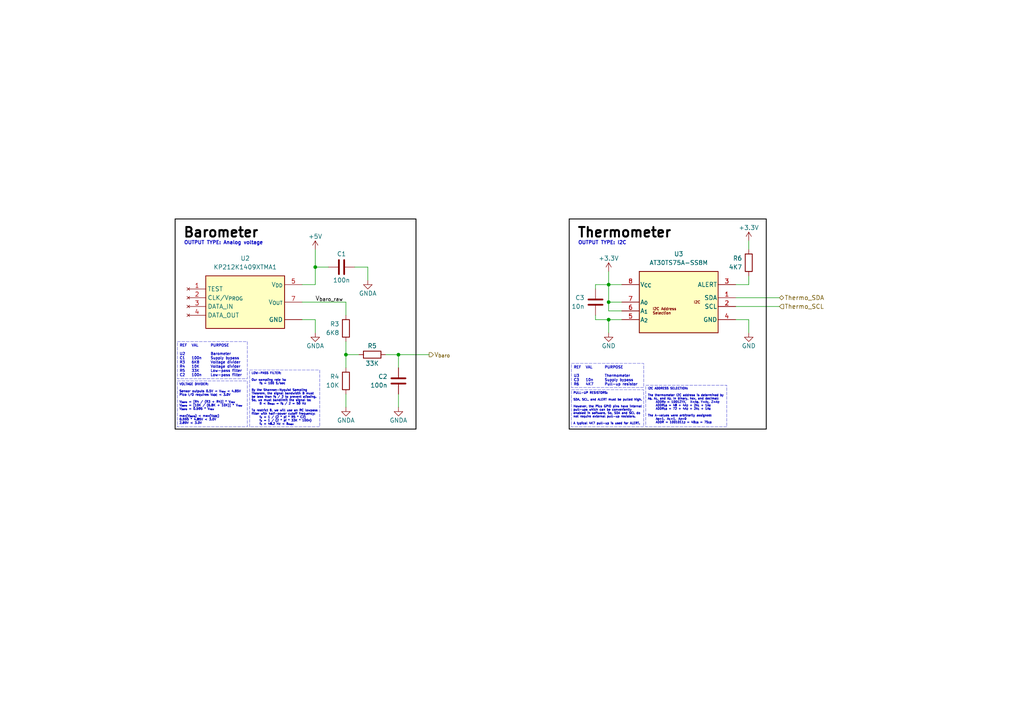
<source format=kicad_sch>
(kicad_sch (version 20230121) (generator eeschema)
  (paper "A4")
  (title_block (title "BELT Sensors") (date "2024-01-02") (rev "0.3") (company "Rice Eclipse") (comment 1 "Adam Sher"))
  (lib_symbols
    (symbol "Barometer-KP212K1409XTMA1:Barometer-KP212K1409XTMA1"
      (property "Reference" "U" (at 0 12.065 0))
      (property "Value" "Barometer-KP212K1409XTMA1" (at 0 9.525 0))
      (symbol "Barometer-KP212K1409XTMA1_1_1"
        (rectangle (start -11.43 7.62) (end 11.43 -7.62) (stroke (width 0.254)) (fill (type background)))
        (pin no_connect line (at -16.51 3.81 0) (length 5.08) (name "TEST") (number "1"))
        (pin no_connect line (at -16.51 1.27 0) (length 5.08) (name "CLK/V_{PROG}") (number "2"))
        (pin no_connect line (at -16.51 -1.27 0) (length 5.08) (name "DATA_IN") (number "3"))
        (pin no_connect line (at -16.51 -3.81 0) (length 5.08) (name "DATA_OUT") (number "4"))
        (pin power_in line (at 16.51 5.08 180) (length 5.08) (name "V_{DD}") (number "5"))
        (pin power_in line (at 16.51 -5.08 180) (length 5.08) (name "GND") (number "6"))
        (pin output line (at 16.51 0 180) (length 5.08) (name "V_{OUT}") (number "7"))
        (pin power_in line (at 16.51 -5.08 180) (length 5.08) (name "GND") (number "8"))
      )
    )
    (symbol "Device:C" (pin_numbers hide) (pin_names (offset 0.254))
      (property "Reference" "C" (at 0.635 2.54 0))
      (property "Value" "C" (at 0.635 -2.54 0))
      (symbol "C_0_1"
        (polyline (pts (xy -2.032 -0.762) (xy 2.032 -0.762)) (stroke (width 0.508)))
        (polyline (pts (xy -2.032 0.762) (xy 2.032 0.762)) (stroke (width 0.508)))
      )
      (symbol "C_1_1"
        (pin passive line (at 0 3.81 270) (length 2.794) (name "~") (number "1"))
        (pin passive line (at 0 -3.81 90) (length 2.794) (name "~") (number "2"))
      )
    )
    (symbol "Device:R" (pin_numbers hide) (pin_names (offset 0))
      (property "Reference" "R" (at 2.032 0 90))
      (property "Value" "R" (at 0 0 90))
      (symbol "R_0_1"
        (rectangle (start -1.016 -2.54) (end 1.016 2.54) (stroke (width 0.254)))
      )
      (symbol "R_1_1"
        (pin passive line (at 0 3.81 270) (length 1.27) (name "~") (number "1"))
        (pin passive line (at 0 -3.81 90) (length 1.27) (name "~") (number "2"))
      )
    )
    (symbol "Thermometer-AT30TS75A-SS8M:Thermometer-AT30TS75A-SS8M" (pin_names (offset 0.254))
      (property "Reference" "U" (at 0 13.97 0))
      (property "Value" "Thermometer-AT30TS75A-SS8M" (at 0 10.795 0))
      (symbol "Thermometer-AT30TS75A-SS8M_1_1"
        (rectangle (start -11.43 8.89) (end 11.43 -8.89) (stroke (width 0.254)) (fill (type background)))
        (text "I2C" (at -6.35 0 0) (effects (font (size 0.762 0.762)) (justify left)))
        (text "I2C Address\nSelection" (at 7.62 -2.54 0) (effects (font (size 0.762 0.762)) (justify right)))
        (pin bidirectional line (at -16.51 1.27 0) (length 5.08) (name "SDA") (number "1"))
        (pin input line (at -16.51 -1.27 0) (length 5.08) (name "SCL") (number "2"))
        (pin output line (at -16.51 5.08 0) (length 5.08) (name "ALERT") (number "3"))
        (pin power_in line (at -16.51 -5.08 0) (length 5.08) (name "GND") (number "4"))
        (pin input line (at 16.51 -5.08 180) (length 5.08) (name "A_{2}") (number "5"))
        (pin input line (at 16.51 -2.54 180) (length 5.08) (name "A_{1}") (number "6"))
        (pin input line (at 16.51 0 180) (length 5.08) (name "A_{0}") (number "7"))
        (pin power_in line (at 16.51 5.08 180) (length 5.08) (name "V_{CC}") (number "8"))
      )
    )
    (symbol "power:+3.3V" (power) (pin_names (offset 0))
      (property "Value" "+3.3V" (at 0 3.556 0))
      (symbol "+3.3V_0_1"
        (polyline (pts (xy -0.762 1.27) (xy 0 2.54)))
        (polyline (pts (xy 0 0) (xy 0 2.54)))
        (polyline (pts (xy 0 2.54) (xy 0.762 1.27)))
      )
      (symbol "+3.3V_1_1"
        (pin power_in line (at 0 0 90) (length 0) hide (name "+3.3V") (number "1"))
      )
    )
    (symbol "power:+5V" (power) (pin_names (offset 0))
      (property "Value" "+5V" (at 0 3.556 0))
      (symbol "+5V_0_1"
        (polyline (pts (xy -0.762 1.27) (xy 0 2.54)))
        (polyline (pts (xy 0 0) (xy 0 2.54)))
        (polyline (pts (xy 0 2.54) (xy 0.762 1.27)))
      )
      (symbol "+5V_1_1"
        (pin power_in line (at 0 0 90) (length 0) hide (name "+5V") (number "1"))
      )
    )
    (symbol "power:GND" (power) (pin_names (offset 0))
      (property "Value" "GND" (at 0 -3.81 0))
      (symbol "GND_0_1"
        (polyline (pts (xy 0 0) (xy 0 -1.27) (xy 1.27 -1.27) (xy 0 -2.54) (xy -1.27 -1.27) (xy 0 -1.27)))
      )
      (symbol "GND_1_1"
        (pin power_in line (at 0 0 270) (length 0) hide (name "GND") (number "1"))
      )
    )
    (symbol "power:GNDA" (power) (pin_names (offset 0))
      (property "Value" "GNDA" (at 0 -3.81 0))
      (symbol "GNDA_0_1"
        (polyline (pts (xy 0 0) (xy 0 -1.27) (xy 1.27 -1.27) (xy 0 -2.54) (xy -1.27 -1.27) (xy 0 -1.27)))
      )
      (symbol "GNDA_1_1"
        (pin power_in line (at 0 0 270) (length 0) hide (name "GNDA") (number "1"))
      )
    )
  )
  (junction (at 115.57 102.87))
  (junction (at 176.53 82.55))
  (junction (at 91.44 77.47))
  (junction (at 100.33 102.87))
  (junction (at 176.53 92.71))
  (junction (at 176.53 87.63))
  (wire (pts (xy 115.57 114.3) (xy 115.57 118.11)))
  (wire (pts (xy 87.63 87.63) (xy 100.33 87.63)))
  (wire (pts (xy 172.72 82.55) (xy 172.72 83.82)))
  (wire (pts (xy 213.36 88.9) (xy 226.06 88.9)))
  (wire (pts (xy 213.36 82.55) (xy 217.17 82.55)))
  (wire (pts (xy 100.33 114.3) (xy 100.33 118.11)))
  (wire (pts (xy 91.44 72.39) (xy 91.44 77.47)))
  (wire (pts (xy 106.68 81.28) (xy 106.68 77.47)))
  (wire (pts (xy 115.57 106.68) (xy 115.57 102.87)))
  (wire (pts (xy 176.53 92.71) (xy 176.53 96.52)))
  (wire (pts (xy 180.34 90.17) (xy 176.53 90.17)))
  (wire (pts (xy 172.72 91.44) (xy 172.72 92.71)))
  (wire (pts (xy 217.17 92.71) (xy 217.17 96.52)))
  (wire (pts (xy 111.76 102.87) (xy 115.57 102.87)))
  (wire (pts (xy 100.33 102.87) (xy 100.33 106.68)))
  (wire (pts (xy 102.87 77.47) (xy 106.68 77.47)))
  (wire (pts (xy 217.17 80.01) (xy 217.17 82.55)))
  (wire (pts (xy 115.57 102.87) (xy 124.46 102.87)))
  (wire (pts (xy 213.36 92.71) (xy 217.17 92.71)))
  (wire (pts (xy 91.44 77.47) (xy 95.25 77.47)))
  (wire (pts (xy 217.17 69.85) (xy 217.17 72.39)))
  (wire (pts (xy 91.44 92.71) (xy 91.44 96.52)))
  (wire (pts (xy 180.34 87.63) (xy 176.53 87.63)))
  (wire (pts (xy 100.33 102.87) (xy 104.14 102.87)))
  (wire (pts (xy 91.44 77.47) (xy 91.44 82.55)))
  (wire (pts (xy 180.34 82.55) (xy 176.53 82.55)))
  (wire (pts (xy 100.33 99.06) (xy 100.33 102.87)))
  (wire (pts (xy 172.72 92.71) (xy 176.53 92.71)))
  (wire (pts (xy 176.53 87.63) (xy 176.53 90.17)))
  (wire (pts (xy 176.53 82.55) (xy 176.53 87.63)))
  (wire (pts (xy 172.72 82.55) (xy 176.53 82.55)))
  (wire (pts (xy 213.36 86.36) (xy 226.06 86.36)))
  (wire (pts (xy 100.33 87.63) (xy 100.33 91.44)))
  (wire (pts (xy 87.63 92.71) (xy 91.44 92.71)))
  (wire (pts (xy 180.34 92.71) (xy 176.53 92.71)))
  (wire (pts (xy 176.53 78.74) (xy 176.53 82.55)))
  (wire (pts (xy 87.63 82.55) (xy 91.44 82.55)))
  (text_box "Thermometer" (at 165.1 63.5 0) (size 57.15 60.96) (stroke (width 0.254) (color 0 0 0 1)) (effects (font (size 2.794 2.794) bold) (justify left top)))
  (text_box "VOLTAGE DIVIDER:\n\nSensor outputs 0.5V < V_{raw} < 4.85V\nPico I/O requires V_{ADC} < 3.0V\n\nV_{baro} = [R4 / (R3 + R4)] * V_{raw}\nV_{baro} = [10K / (6.8K + 10K)] * V_{raw}\nV_{baro} = 0.595 * V_{raw}\n\nmax(V_{baro}) < max(V_{ADC})\n0.595 * 4.85V < 3.0V\n2.89V < 3.0V" (at 51.435 110.49 0) (size 20.32 13.335) (stroke (width 0.0762) (type dash)) (effects (font (size 0.635 0.635)) (justify left top)))
  (text_box "REF	 VAL	PURPOSE\n\nU2			Barometer\nC1	 100n	Supply bypass\nR3	 6K8	Voltage divider\nR4	 10K	Voltage divider\nR5	 33K	Low-pass filter\nC2	 100n	Low-pass filter\n" (at 51.435 99.06 0) (size 20.32 10.795) (stroke (width 0.0762) (type dash)) (effects (font (size 0.762 0.762)) (justify left top)))
  (text_box "Barometer" (at 50.8 63.5 0) (size 69.85 60.96) (stroke (width 0.254) (color 0 0 0 1)) (effects (font (size 2.794 2.794) (thickness 0.5588) bold) (justify left top)))
  (text_box "REF	 VAL	PURPOSE\n\nU3			Thermometer\nC3	 10n	Supply bypass\nR6	 4K7	Pull-up resistor" (at 165.735 105.41 0) (size 20.955 6.985) (stroke (width 0.0762) (type dash)) (effects (font (size 0.762 0.762)) (justify left top)))
  (text_box "PULL-UP RESISTORS:\n\nSDA, SCL, and ALERT must be pulled high.\n\nHowever, the Pico GPIO pins have internal pull-ups which can be conveniently enabled in software. So, SDA and SCL do not require external pull-up resistors. \n\nA typical 4K7 pull-up is used for ALERT." (at 165.735 113.03 0) (size 20.955 10.795) (stroke (width 0.0762) (type dash)) (effects (font (size 0.6096 0.6096)) (justify left top)))
  (text_box "I2C ADDRESS SELECTION:\n\nThe thermometer I2C address is determined by A_{0}, A_{1}, and A_{2}. In binary, hex, and decimal:\n	ADDR_{2} = 1001ZYX,	X=A_{0}, Y=A_{1}, Z=A_{2}\n	ADDR_{16} = 48 + 4A_{2} + 2A_{1} + 1A_{0}\n	ADDR_{10} = 72 + 4A_{2} + 2A_{1} + 1A_{0}\n\nThe A-values were arbitrarily assigned:\n	A_{0}=1,	A_{1}=1,	A_{2}=0\n	ADDR = 1001011_{2} = 4B_{16} = 75_{10}" (at 187.325 111.76 0) (size 23.495 12.065) (stroke (width 0.0762) (type dash)) (effects (font (size 0.6096 0.6096)) (justify left top)))
  (text_box "LOW-PASS FILTER:\n\nOur sampling rate is:\n	f_{S} = 100 S/sec\n\nBy the Shannon-Nyquist Sampling Theorem, the signal bandwidth B must be less than f_{S} / 2 to prevent aliasing. So, we must bandlimit the signal to:\n	B < B_{max} = f_{S} / 2 = 50 Hz\n\nTo restrict B, we will use an RC lowpass filter with half-power cutoff frequency:\n	f_{c} = 1 / (2 * pi * R5 * C2)\n	f_{c} = 1 / (2 * pi * 33K * 100n)\n	f_{c} = 48.2 Hz < B_{max}" (at 72.39 107.315 0) (size 20.32 16.51) (stroke (width 0.0762) (type dash)) (effects (font (size 0.6096 0.6096)) (justify left top)))
  (text "OUTPUT TYPE: I2C" (at 167.64 71.12 0) (effects (font (size 1.016 1.016) bold) (justify left bottom)))
  (text "OUTPUT TYPE: Analog voltage" (at 53.34 71.12 0) (effects (font (size 1.016 1.016) (thickness 0.2032) bold) (justify left bottom)))
  (label "V_{baro_raw}" (at 91.44 87.63 0))
  (hierarchical_label "V_{baro}" (shape output) (at 124.46 102.87 0))
  (hierarchical_label "Thermo_SDA" (shape bidirectional) (at 226.06 86.36 0))
  (hierarchical_label "Thermo_SCL" (shape input) (at 226.06 88.9 0))
  (symbol (lib_id "Barometer-KP212K1409XTMA1:Barometer-KP212K1409XTMA1") (at 71.12 87.63 0) (unit 1)
    (property "Reference" "U2" (at 71.12 74.93 0))
    (property "Value" "KP212K1409XTMA1" (at 71.12 77.47 0))
    (property "Footprint" "BeltFootprints:Barometer-KP212K1409XTMA1" (effects hide))
    (property "Datasheet" "https://www.infineon.com/dgdl/Infineon-KP212K1409-DataSheet-v01_00-EN.pdf?fileId=5546d4627506bb3201754116ad5a5370" (effects hide))
    (property "Manufacturer" "Infineon" (effects hide))
    (property "Part Number" "KP212K1409XTMA1" (effects hide))
  )
  (symbol (lib_id "power:GND") (at 176.53 96.52 0) (unit 1)
    (property "Reference" "#PWR016" (effects hide))
    (property "Value" "GND" (at 176.53 100.33 0))
  )
  (symbol (lib_id "Device:R") (at 217.17 76.2 0) (mirror y) (unit 1)
    (property "Reference" "R6" (at 215.265 74.93 0) (effects (justify left)))
    (property "Value" "4K7" (at 215.265 77.47 0) (effects (justify left)))
    (property "Footprint" "Resistor_THT:R_Axial_DIN0207_L6.3mm_D2.5mm_P10.16mm_Horizontal" (effects hide))
  )
  (symbol (lib_id "power:+3.3V") (at 176.53 78.74 0) (unit 1)
    (property "Reference" "#PWR015" (effects hide))
    (property "Value" "+3.3V" (at 176.53 74.93 0))
  )
  (symbol (lib_id "Device:C") (at 99.06 77.47 90) (unit 1)
    (property "Reference" "C1" (at 99.06 73.66 90))
    (property "Value" "100n" (at 99.06 81.28 90))
    (property "Footprint" "Capacitor_SMD:C_1206_3216Metric_Pad1.33x1.80mm_HandSolder" (effects hide))
  )
  (symbol (lib_id "power:GNDA") (at 115.57 118.11 0) (unit 1)
    (property "Reference" "#PWR014" (effects hide))
    (property "Value" "GNDA" (at 115.57 121.92 0))
  )
  (symbol (lib_id "Device:C") (at 115.57 110.49 0) (mirror y) (unit 1)
    (property "Reference" "C2" (at 112.395 109.22 0) (effects (justify left)))
    (property "Value" "100n" (at 112.395 111.76 0) (effects (justify left)))
    (property "Footprint" "Capacitor_SMD:C_1206_3216Metric_Pad1.33x1.80mm_HandSolder" (effects hide))
  )
  (symbol (lib_id "power:GNDA") (at 100.33 118.11 0) (unit 1)
    (property "Reference" "#PWR012" (effects hide))
    (property "Value" "GNDA" (at 100.33 121.92 0))
  )
  (symbol (lib_id "power:GNDA") (at 91.44 96.52 0) (unit 1)
    (property "Reference" "#PWR011" (effects hide))
    (property "Value" "GNDA" (at 91.44 100.33 0))
  )
  (symbol (lib_id "power:+3.3V") (at 217.17 69.85 0) (unit 1)
    (property "Reference" "#PWR017" (effects hide))
    (property "Value" "+3.3V" (at 217.17 66.04 0))
  )
  (symbol (lib_id "Device:R") (at 100.33 95.25 0) (mirror y) (unit 1)
    (property "Reference" "R3" (at 98.425 93.98 0) (effects (justify left)))
    (property "Value" "6K8" (at 98.425 96.52 0) (effects (justify left)))
    (property "Footprint" "Resistor_THT:R_Axial_DIN0207_L6.3mm_D2.5mm_P10.16mm_Horizontal" (effects hide))
  )
  (symbol (lib_id "Device:R") (at 100.33 110.49 0) (mirror y) (unit 1)
    (property "Reference" "R4" (at 98.425 109.22 0) (effects (justify left)))
    (property "Value" "10K" (at 98.425 111.76 0) (effects (justify left)))
    (property "Footprint" "Resistor_THT:R_Axial_DIN0207_L6.3mm_D2.5mm_P10.16mm_Horizontal" (effects hide))
  )
  (symbol (lib_id "power:+5V") (at 91.44 72.39 0) (unit 1)
    (property "Reference" "#PWR010" (effects hide))
    (property "Value" "+5V" (at 91.44 68.58 0))
  )
  (symbol (lib_id "Thermometer-AT30TS75A-SS8M:Thermometer-AT30TS75A-SS8M") (at 196.85 87.63 0) (mirror y) (unit 1)
    (property "Reference" "U3" (at 196.85 73.66 0))
    (property "Value" "AT30TS75A-SS8M" (at 196.85 76.2 0))
    (property "Footprint" "BeltFootprints:Thermometer-AT30TS75A-SS8M" (effects hide))
    (property "Datasheet" "https://ww1.microchip.com/downloads/en/DeviceDoc/Atmel-8839-DTS-AT30TS75A-Datasheet.pdf" (effects hide))
  )
  (symbol (lib_id "Device:C") (at 172.72 87.63 0) (mirror x) (unit 1)
    (property "Reference" "C3" (at 169.545 86.36 0) (effects (justify right)))
    (property "Value" "10n" (at 169.545 88.9 0) (effects (justify right)))
    (property "Footprint" "Capacitor_SMD:C_1206_3216Metric_Pad1.33x1.80mm_HandSolder" (effects hide))
  )
  (symbol (lib_id "power:GND") (at 217.17 96.52 0) (mirror y) (unit 1)
    (property "Reference" "#PWR018" (effects hide))
    (property "Value" "GND" (at 217.17 100.33 0))
  )
  (symbol (lib_id "Device:R") (at 107.95 102.87 270) (unit 1)
    (property "Reference" "R5" (at 107.95 100.33 90))
    (property "Value" "33K" (at 107.95 105.41 90))
    (property "Footprint" "Resistor_THT:R_Axial_DIN0207_L6.3mm_D2.5mm_P10.16mm_Horizontal" (effects hide))
  )
  (symbol (lib_id "power:GNDA") (at 106.68 81.28 0) (unit 1)
    (property "Reference" "#PWR013" (effects hide))
    (property "Value" "GNDA" (at 106.68 85.09 0))
  )
)
</source>
